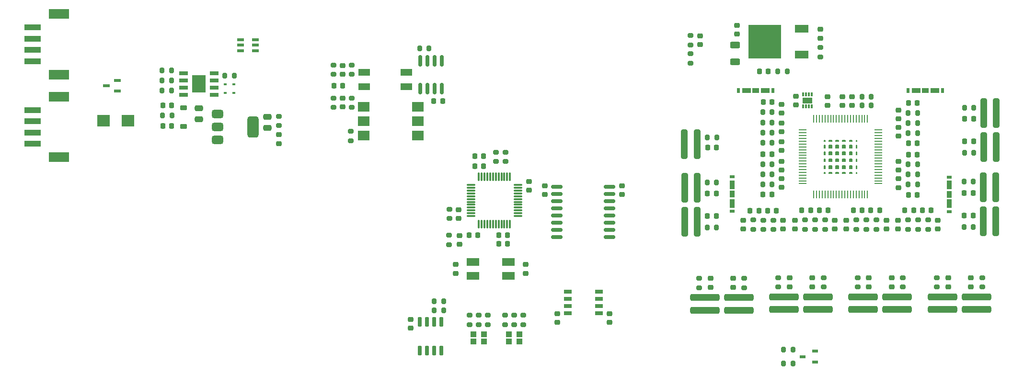
<source format=gbr>
%TF.GenerationSoftware,KiCad,Pcbnew,8.0.0*%
%TF.CreationDate,2024-03-12T18:48:20+01:00*%
%TF.ProjectId,FT24-AMS_Slave-v5,46543234-2d41-44d5-935f-536c6176652d,rev?*%
%TF.SameCoordinates,PX2faf080PY47868c0*%
%TF.FileFunction,Paste,Top*%
%TF.FilePolarity,Positive*%
%FSLAX46Y46*%
G04 Gerber Fmt 4.6, Leading zero omitted, Abs format (unit mm)*
G04 Created by KiCad (PCBNEW 8.0.0) date 2024-03-12 18:48:20*
%MOMM*%
%LPD*%
G01*
G04 APERTURE LIST*
G04 Aperture macros list*
%AMRoundRect*
0 Rectangle with rounded corners*
0 $1 Rounding radius*
0 $2 $3 $4 $5 $6 $7 $8 $9 X,Y pos of 4 corners*
0 Add a 4 corners polygon primitive as box body*
4,1,4,$2,$3,$4,$5,$6,$7,$8,$9,$2,$3,0*
0 Add four circle primitives for the rounded corners*
1,1,$1+$1,$2,$3*
1,1,$1+$1,$4,$5*
1,1,$1+$1,$6,$7*
1,1,$1+$1,$8,$9*
0 Add four rect primitives between the rounded corners*
20,1,$1+$1,$2,$3,$4,$5,0*
20,1,$1+$1,$4,$5,$6,$7,0*
20,1,$1+$1,$6,$7,$8,$9,0*
20,1,$1+$1,$8,$9,$2,$3,0*%
G04 Aperture macros list end*
%ADD10C,0.200000*%
%ADD11RoundRect,0.225000X0.250000X-0.225000X0.250000X0.225000X-0.250000X0.225000X-0.250000X-0.225000X0*%
%ADD12RoundRect,0.250000X2.350000X-0.325000X2.350000X0.325000X-2.350000X0.325000X-2.350000X-0.325000X0*%
%ADD13RoundRect,0.200000X0.200000X0.275000X-0.200000X0.275000X-0.200000X-0.275000X0.200000X-0.275000X0*%
%ADD14RoundRect,0.200000X-0.200000X-0.275000X0.200000X-0.275000X0.200000X0.275000X-0.200000X0.275000X0*%
%ADD15RoundRect,0.225000X-0.250000X0.225000X-0.250000X-0.225000X0.250000X-0.225000X0.250000X0.225000X0*%
%ADD16RoundRect,0.225000X0.225000X0.250000X-0.225000X0.250000X-0.225000X-0.250000X0.225000X-0.250000X0*%
%ADD17RoundRect,0.200000X0.275000X-0.200000X0.275000X0.200000X-0.275000X0.200000X-0.275000X-0.200000X0*%
%ADD18O,1.500000X0.250000*%
%ADD19O,0.250000X1.500000*%
%ADD20RoundRect,0.150000X-0.875000X-0.150000X0.875000X-0.150000X0.875000X0.150000X-0.875000X0.150000X0*%
%ADD21R,1.250000X0.600000*%
%ADD22RoundRect,0.200000X-0.275000X0.200000X-0.275000X-0.200000X0.275000X-0.200000X0.275000X0.200000X0*%
%ADD23R,0.550000X0.420000*%
%ADD24R,0.300000X0.700000*%
%ADD25R,1.700000X1.000000*%
%ADD26RoundRect,0.218750X0.218750X0.256250X-0.218750X0.256250X-0.218750X-0.256250X0.218750X-0.256250X0*%
%ADD27R,3.600000X1.800000*%
%ADD28R,2.900000X1.000000*%
%ADD29RoundRect,0.250000X0.625000X-0.312500X0.625000X0.312500X-0.625000X0.312500X-0.625000X-0.312500X0*%
%ADD30R,1.050000X0.600000*%
%ADD31RoundRect,0.218750X-0.218750X-0.256250X0.218750X-0.256250X0.218750X0.256250X-0.218750X0.256250X0*%
%ADD32RoundRect,0.218750X0.256250X-0.218750X0.256250X0.218750X-0.256250X0.218750X-0.256250X-0.218750X0*%
%ADD33RoundRect,0.225000X-0.225000X-0.250000X0.225000X-0.250000X0.225000X0.250000X-0.225000X0.250000X0*%
%ADD34R,1.000000X1.000000*%
%ADD35RoundRect,0.075000X0.075000X-0.662500X0.075000X0.662500X-0.075000X0.662500X-0.075000X-0.662500X0*%
%ADD36RoundRect,0.075000X0.662500X-0.075000X0.662500X0.075000X-0.662500X0.075000X-0.662500X-0.075000X0*%
%ADD37R,1.474500X0.650000*%
%ADD38RoundRect,0.250000X0.325000X2.350000X-0.325000X2.350000X-0.325000X-2.350000X0.325000X-2.350000X0*%
%ADD39RoundRect,0.250000X-0.325000X-2.350000X0.325000X-2.350000X0.325000X2.350000X-0.325000X2.350000X0*%
%ADD40RoundRect,0.218750X-0.256250X0.218750X-0.256250X-0.218750X0.256250X-0.218750X0.256250X0.218750X0*%
%ADD41R,0.600000X0.900000*%
%ADD42R,1.500000X0.900000*%
%ADD43R,1.200000X0.900000*%
%ADD44R,1.525000X0.650000*%
%ADD45R,2.400000X3.100000*%
%ADD46R,2.000000X1.780000*%
%ADD47R,2.000000X1.200000*%
%ADD48R,2.400000X1.400000*%
%ADD49R,5.750000X5.900000*%
%ADD50RoundRect,0.250000X-0.475000X0.250000X-0.475000X-0.250000X0.475000X-0.250000X0.475000X0.250000X0*%
%ADD51R,2.300000X2.150000*%
%ADD52R,1.150000X0.600000*%
%ADD53RoundRect,0.225000X-0.375000X0.225000X-0.375000X-0.225000X0.375000X-0.225000X0.375000X0.225000X0*%
%ADD54R,2.200000X1.400000*%
%ADD55RoundRect,0.150000X0.150000X-0.825000X0.150000X0.825000X-0.150000X0.825000X-0.150000X-0.825000X0*%
%ADD56RoundRect,0.150000X0.150000X-0.725000X0.150000X0.725000X-0.150000X0.725000X-0.150000X-0.725000X0*%
%ADD57RoundRect,0.375000X-0.625000X-0.375000X0.625000X-0.375000X0.625000X0.375000X-0.625000X0.375000X0*%
%ADD58RoundRect,0.500000X-0.500000X-1.400000X0.500000X-1.400000X0.500000X1.400000X-0.500000X1.400000X0*%
%ADD59R,0.900000X0.600000*%
%ADD60R,0.900000X1.500000*%
%ADD61R,0.900000X1.200000*%
G04 APERTURE END LIST*
%TO.C,U2*%
D10*
X143567500Y-24377500D02*
X143717500Y-24377500D01*
X143717500Y-24527500D01*
X143567500Y-24527500D01*
X143567500Y-24377500D01*
G36*
X143567500Y-24377500D02*
G01*
X143717500Y-24377500D01*
X143717500Y-24527500D01*
X143567500Y-24527500D01*
X143567500Y-24377500D01*
G37*
X143567500Y-25727500D02*
X143717500Y-25727500D01*
X143717500Y-25227500D01*
X143567500Y-25227500D01*
X143567500Y-25727500D01*
G36*
X143567500Y-25727500D02*
G01*
X143717500Y-25727500D01*
X143717500Y-25227500D01*
X143567500Y-25227500D01*
X143567500Y-25727500D01*
G37*
X143567500Y-26927500D02*
X143717500Y-26927500D01*
X143717500Y-26427500D01*
X143567500Y-26427500D01*
X143567500Y-26927500D01*
G36*
X143567500Y-26927500D02*
G01*
X143717500Y-26927500D01*
X143717500Y-26427500D01*
X143567500Y-26427500D01*
X143567500Y-26927500D01*
G37*
X143567500Y-28127500D02*
X143717500Y-28127500D01*
X143717500Y-27627500D01*
X143567500Y-27627500D01*
X143567500Y-28127500D01*
G36*
X143567500Y-28127500D02*
G01*
X143717500Y-28127500D01*
X143717500Y-27627500D01*
X143567500Y-27627500D01*
X143567500Y-28127500D01*
G37*
X143567500Y-29327500D02*
X143717500Y-29327500D01*
X143717500Y-28827500D01*
X143567500Y-28827500D01*
X143567500Y-29327500D01*
G36*
X143567500Y-29327500D02*
G01*
X143717500Y-29327500D01*
X143717500Y-28827500D01*
X143567500Y-28827500D01*
X143567500Y-29327500D01*
G37*
X143567500Y-30027500D02*
X143717500Y-30027500D01*
X143717500Y-30177500D01*
X143567500Y-30177500D01*
X143567500Y-30027500D01*
G36*
X143567500Y-30027500D02*
G01*
X143717500Y-30027500D01*
X143717500Y-30177500D01*
X143567500Y-30177500D01*
X143567500Y-30027500D01*
G37*
X144417500Y-24377500D02*
X144917500Y-24377500D01*
X144917500Y-24527500D01*
X144417500Y-24527500D01*
X144417500Y-24377500D01*
G36*
X144417500Y-24377500D02*
G01*
X144917500Y-24377500D01*
X144917500Y-24527500D01*
X144417500Y-24527500D01*
X144417500Y-24377500D01*
G37*
X144417500Y-25227500D02*
X144917500Y-25227500D01*
X144917500Y-25727500D01*
X144417500Y-25727500D01*
X144417500Y-25227500D01*
G36*
X144417500Y-25227500D02*
G01*
X144917500Y-25227500D01*
X144917500Y-25727500D01*
X144417500Y-25727500D01*
X144417500Y-25227500D01*
G37*
X144417500Y-26427500D02*
X144917500Y-26427500D01*
X144917500Y-26927500D01*
X144417500Y-26927500D01*
X144417500Y-26427500D01*
G36*
X144417500Y-26427500D02*
G01*
X144917500Y-26427500D01*
X144917500Y-26927500D01*
X144417500Y-26927500D01*
X144417500Y-26427500D01*
G37*
X144417500Y-27627500D02*
X144917500Y-27627500D01*
X144917500Y-28127500D01*
X144417500Y-28127500D01*
X144417500Y-27627500D01*
G36*
X144417500Y-27627500D02*
G01*
X144917500Y-27627500D01*
X144917500Y-28127500D01*
X144417500Y-28127500D01*
X144417500Y-27627500D01*
G37*
X144417500Y-28827500D02*
X144917500Y-28827500D01*
X144917500Y-29327500D01*
X144417500Y-29327500D01*
X144417500Y-28827500D01*
G36*
X144417500Y-28827500D02*
G01*
X144917500Y-28827500D01*
X144917500Y-29327500D01*
X144417500Y-29327500D01*
X144417500Y-28827500D01*
G37*
X144417500Y-30027500D02*
X144917500Y-30027500D01*
X144917500Y-30177500D01*
X144417500Y-30177500D01*
X144417500Y-30027500D01*
G36*
X144417500Y-30027500D02*
G01*
X144917500Y-30027500D01*
X144917500Y-30177500D01*
X144417500Y-30177500D01*
X144417500Y-30027500D01*
G37*
X145617500Y-24377500D02*
X146117500Y-24377500D01*
X146117500Y-24527500D01*
X145617500Y-24527500D01*
X145617500Y-24377500D01*
G36*
X145617500Y-24377500D02*
G01*
X146117500Y-24377500D01*
X146117500Y-24527500D01*
X145617500Y-24527500D01*
X145617500Y-24377500D01*
G37*
X145617500Y-25227500D02*
X146117500Y-25227500D01*
X146117500Y-25727500D01*
X145617500Y-25727500D01*
X145617500Y-25227500D01*
G36*
X145617500Y-25227500D02*
G01*
X146117500Y-25227500D01*
X146117500Y-25727500D01*
X145617500Y-25727500D01*
X145617500Y-25227500D01*
G37*
X145617500Y-26427500D02*
X146117500Y-26427500D01*
X146117500Y-26927500D01*
X145617500Y-26927500D01*
X145617500Y-26427500D01*
G36*
X145617500Y-26427500D02*
G01*
X146117500Y-26427500D01*
X146117500Y-26927500D01*
X145617500Y-26927500D01*
X145617500Y-26427500D01*
G37*
X145617500Y-27627500D02*
X146117500Y-27627500D01*
X146117500Y-28127500D01*
X145617500Y-28127500D01*
X145617500Y-27627500D01*
G36*
X145617500Y-27627500D02*
G01*
X146117500Y-27627500D01*
X146117500Y-28127500D01*
X145617500Y-28127500D01*
X145617500Y-27627500D01*
G37*
X145617500Y-28827500D02*
X146117500Y-28827500D01*
X146117500Y-29327500D01*
X145617500Y-29327500D01*
X145617500Y-28827500D01*
G36*
X145617500Y-28827500D02*
G01*
X146117500Y-28827500D01*
X146117500Y-29327500D01*
X145617500Y-29327500D01*
X145617500Y-28827500D01*
G37*
X145617500Y-30027500D02*
X146117500Y-30027500D01*
X146117500Y-30177500D01*
X145617500Y-30177500D01*
X145617500Y-30027500D01*
G36*
X145617500Y-30027500D02*
G01*
X146117500Y-30027500D01*
X146117500Y-30177500D01*
X145617500Y-30177500D01*
X145617500Y-30027500D01*
G37*
X146817500Y-24377500D02*
X147317500Y-24377500D01*
X147317500Y-24527500D01*
X146817500Y-24527500D01*
X146817500Y-24377500D01*
G36*
X146817500Y-24377500D02*
G01*
X147317500Y-24377500D01*
X147317500Y-24527500D01*
X146817500Y-24527500D01*
X146817500Y-24377500D01*
G37*
X146817500Y-25227500D02*
X147317500Y-25227500D01*
X147317500Y-25727500D01*
X146817500Y-25727500D01*
X146817500Y-25227500D01*
G36*
X146817500Y-25227500D02*
G01*
X147317500Y-25227500D01*
X147317500Y-25727500D01*
X146817500Y-25727500D01*
X146817500Y-25227500D01*
G37*
X146817500Y-26427500D02*
X147317500Y-26427500D01*
X147317500Y-26927500D01*
X146817500Y-26927500D01*
X146817500Y-26427500D01*
G36*
X146817500Y-26427500D02*
G01*
X147317500Y-26427500D01*
X147317500Y-26927500D01*
X146817500Y-26927500D01*
X146817500Y-26427500D01*
G37*
X146817500Y-27627500D02*
X147317500Y-27627500D01*
X147317500Y-28127500D01*
X146817500Y-28127500D01*
X146817500Y-27627500D01*
G36*
X146817500Y-27627500D02*
G01*
X147317500Y-27627500D01*
X147317500Y-28127500D01*
X146817500Y-28127500D01*
X146817500Y-27627500D01*
G37*
X146817500Y-28827500D02*
X147317500Y-28827500D01*
X147317500Y-29327500D01*
X146817500Y-29327500D01*
X146817500Y-28827500D01*
G36*
X146817500Y-28827500D02*
G01*
X147317500Y-28827500D01*
X147317500Y-29327500D01*
X146817500Y-29327500D01*
X146817500Y-28827500D01*
G37*
X146817500Y-30027500D02*
X147317500Y-30027500D01*
X147317500Y-30177500D01*
X146817500Y-30177500D01*
X146817500Y-30027500D01*
G36*
X146817500Y-30027500D02*
G01*
X147317500Y-30027500D01*
X147317500Y-30177500D01*
X146817500Y-30177500D01*
X146817500Y-30027500D01*
G37*
X148017500Y-24377500D02*
X148517500Y-24377500D01*
X148517500Y-24527500D01*
X148017500Y-24527500D01*
X148017500Y-24377500D01*
G36*
X148017500Y-24377500D02*
G01*
X148517500Y-24377500D01*
X148517500Y-24527500D01*
X148017500Y-24527500D01*
X148017500Y-24377500D01*
G37*
X148017500Y-25227500D02*
X148517500Y-25227500D01*
X148517500Y-25727500D01*
X148017500Y-25727500D01*
X148017500Y-25227500D01*
G36*
X148017500Y-25227500D02*
G01*
X148517500Y-25227500D01*
X148517500Y-25727500D01*
X148017500Y-25727500D01*
X148017500Y-25227500D01*
G37*
X148017500Y-26427500D02*
X148517500Y-26427500D01*
X148517500Y-26927500D01*
X148017500Y-26927500D01*
X148017500Y-26427500D01*
G36*
X148017500Y-26427500D02*
G01*
X148517500Y-26427500D01*
X148517500Y-26927500D01*
X148017500Y-26927500D01*
X148017500Y-26427500D01*
G37*
X148017500Y-27627500D02*
X148517500Y-27627500D01*
X148517500Y-28127500D01*
X148017500Y-28127500D01*
X148017500Y-27627500D01*
G36*
X148017500Y-27627500D02*
G01*
X148517500Y-27627500D01*
X148517500Y-28127500D01*
X148017500Y-28127500D01*
X148017500Y-27627500D01*
G37*
X148017500Y-28827500D02*
X148517500Y-28827500D01*
X148517500Y-29327500D01*
X148017500Y-29327500D01*
X148017500Y-28827500D01*
G36*
X148017500Y-28827500D02*
G01*
X148517500Y-28827500D01*
X148517500Y-29327500D01*
X148017500Y-29327500D01*
X148017500Y-28827500D01*
G37*
X148017500Y-30027500D02*
X148517500Y-30027500D01*
X148517500Y-30177500D01*
X148017500Y-30177500D01*
X148017500Y-30027500D01*
G36*
X148017500Y-30027500D02*
G01*
X148517500Y-30027500D01*
X148517500Y-30177500D01*
X148017500Y-30177500D01*
X148017500Y-30027500D01*
G37*
X149217500Y-24377500D02*
X149367500Y-24377500D01*
X149367500Y-24527500D01*
X149217500Y-24527500D01*
X149217500Y-24377500D01*
G36*
X149217500Y-24377500D02*
G01*
X149367500Y-24377500D01*
X149367500Y-24527500D01*
X149217500Y-24527500D01*
X149217500Y-24377500D01*
G37*
X149217500Y-25727500D02*
X149367500Y-25727500D01*
X149367500Y-25227500D01*
X149217500Y-25227500D01*
X149217500Y-25727500D01*
G36*
X149217500Y-25727500D02*
G01*
X149367500Y-25727500D01*
X149367500Y-25227500D01*
X149217500Y-25227500D01*
X149217500Y-25727500D01*
G37*
X149217500Y-26927500D02*
X149367500Y-26927500D01*
X149367500Y-26427500D01*
X149217500Y-26427500D01*
X149217500Y-26927500D01*
G36*
X149217500Y-26927500D02*
G01*
X149367500Y-26927500D01*
X149367500Y-26427500D01*
X149217500Y-26427500D01*
X149217500Y-26927500D01*
G37*
X149217500Y-28127500D02*
X149367500Y-28127500D01*
X149367500Y-27627500D01*
X149217500Y-27627500D01*
X149217500Y-28127500D01*
G36*
X149217500Y-28127500D02*
G01*
X149367500Y-28127500D01*
X149367500Y-27627500D01*
X149217500Y-27627500D01*
X149217500Y-28127500D01*
G37*
X149217500Y-29327500D02*
X149367500Y-29327500D01*
X149367500Y-28827500D01*
X149217500Y-28827500D01*
X149217500Y-29327500D01*
G36*
X149217500Y-29327500D02*
G01*
X149367500Y-29327500D01*
X149367500Y-28827500D01*
X149217500Y-28827500D01*
X149217500Y-29327500D01*
G37*
X149217500Y-30027500D02*
X149367500Y-30027500D01*
X149367500Y-30177500D01*
X149217500Y-30177500D01*
X149217500Y-30027500D01*
G36*
X149217500Y-30027500D02*
G01*
X149367500Y-30027500D01*
X149367500Y-30177500D01*
X149217500Y-30177500D01*
X149217500Y-30027500D01*
G37*
%TD*%
D11*
%TO.C,C24*%
X156728500Y-29649500D03*
X156728500Y-28099500D03*
%TD*%
D12*
%TO.C,R48*%
X142467500Y-54277500D03*
X142467500Y-52027500D03*
%TD*%
D13*
%TO.C,R21*%
X169992500Y-18577500D03*
X168342500Y-18577500D03*
%TD*%
D14*
%TO.C,R8*%
X132717500Y-19381500D03*
X134367500Y-19381500D03*
%TD*%
D15*
%TO.C,C59*%
X107800000Y-32425000D03*
X107800000Y-33975000D03*
%TD*%
D16*
%TO.C,C50*%
X28275000Y-18200000D03*
X26725000Y-18200000D03*
%TD*%
D17*
%TO.C,R59*%
X158367500Y-40102500D03*
X158367500Y-38452500D03*
%TD*%
D14*
%TO.C,R78*%
X136375000Y-61400000D03*
X138025000Y-61400000D03*
%TD*%
D18*
%TO.C,U2*%
X139780000Y-22527500D03*
X139780000Y-23027500D03*
X139780000Y-23527500D03*
X139780000Y-24027500D03*
X139780000Y-24527500D03*
X139780000Y-25027500D03*
X139780000Y-25527500D03*
X139780000Y-26027500D03*
X139780000Y-26527500D03*
X139780000Y-27027500D03*
X139780000Y-27527500D03*
X139780000Y-28027500D03*
X139780000Y-28527500D03*
X139780000Y-29027500D03*
X139780000Y-29527500D03*
X139780000Y-30027500D03*
X139780000Y-30527500D03*
X139780000Y-31027500D03*
X139780000Y-31527500D03*
X139780000Y-32027500D03*
D19*
X141717500Y-33965000D03*
X142217500Y-33965000D03*
X142717500Y-33965000D03*
X143217500Y-33965000D03*
X143717500Y-33965000D03*
X144217500Y-33965000D03*
X144717500Y-33965000D03*
X145217500Y-33965000D03*
X145717500Y-33965000D03*
X146217500Y-33965000D03*
X146717500Y-33965000D03*
X147217500Y-33965000D03*
X147717500Y-33965000D03*
X148217500Y-33965000D03*
X148717500Y-33965000D03*
X149217500Y-33965000D03*
X149717500Y-33965000D03*
X150217500Y-33965000D03*
X150717500Y-33965000D03*
X151217500Y-33965000D03*
D18*
X153155000Y-32027500D03*
X153155000Y-31527500D03*
X153155000Y-31027500D03*
X153155000Y-30527500D03*
X153155000Y-30027500D03*
X153155000Y-29527500D03*
X153155000Y-29027500D03*
X153155000Y-28527500D03*
X153155000Y-28027500D03*
X153155000Y-27527500D03*
X153155000Y-27027500D03*
X153155000Y-26527500D03*
X153155000Y-26027500D03*
X153155000Y-25527500D03*
X153155000Y-25027500D03*
X153155000Y-24527500D03*
X153155000Y-24027500D03*
X153155000Y-23527500D03*
X153155000Y-23027500D03*
X153155000Y-22527500D03*
D19*
X151217500Y-20590000D03*
X150717500Y-20590000D03*
X150217500Y-20590000D03*
X149717500Y-20590000D03*
X149217500Y-20590000D03*
X148717500Y-20590000D03*
X148217500Y-20590000D03*
X147717500Y-20590000D03*
X147217500Y-20590000D03*
X146717500Y-20590000D03*
X146217500Y-20590000D03*
X145717500Y-20590000D03*
X145217500Y-20590000D03*
X144717500Y-20590000D03*
X144217500Y-20590000D03*
X143717500Y-20590000D03*
X143217500Y-20590000D03*
X142717500Y-20590000D03*
X142217500Y-20590000D03*
X141717500Y-20590000D03*
%TD*%
D13*
%TO.C,R28*%
X169917500Y-31677500D03*
X168267500Y-31677500D03*
%TD*%
D20*
%TO.C,U5*%
X96350000Y-32555000D03*
X96350000Y-33825000D03*
X96350000Y-35095000D03*
X96350000Y-36365000D03*
X96350000Y-37635000D03*
X96350000Y-38905000D03*
X96350000Y-40175000D03*
X96350000Y-41445000D03*
X105650000Y-41445000D03*
X105650000Y-40175000D03*
X105650000Y-38905000D03*
X105650000Y-37635000D03*
X105650000Y-36365000D03*
X105650000Y-35095000D03*
X105650000Y-33825000D03*
X105650000Y-32555000D03*
%TD*%
D13*
%TO.C,R6*%
X76325000Y-54400000D03*
X74675000Y-54400000D03*
%TD*%
D21*
%TO.C,D5*%
X18700000Y-15650000D03*
X18700000Y-13750000D03*
X16700000Y-14700000D03*
%TD*%
D15*
%TO.C,C41*%
X147467500Y-38502500D03*
X147467500Y-40052500D03*
%TD*%
D13*
%TO.C,R17*%
X160053500Y-23074500D03*
X158403500Y-23074500D03*
%TD*%
D14*
%TO.C,R35*%
X122892500Y-39777500D03*
X124542500Y-39777500D03*
%TD*%
%TO.C,R64*%
X132703500Y-21206500D03*
X134353500Y-21206500D03*
%TD*%
D13*
%TO.C,R71*%
X28225000Y-13800000D03*
X26575000Y-13800000D03*
%TD*%
D22*
%TO.C,R1*%
X119968750Y-5850000D03*
X119968750Y-7500000D03*
%TD*%
D11*
%TO.C,C23*%
X156728500Y-32714500D03*
X156728500Y-31164500D03*
%TD*%
D12*
%TO.C,R57*%
X164467500Y-54277500D03*
X164467500Y-52027500D03*
%TD*%
D11*
%TO.C,C18*%
X58500000Y-18475000D03*
X58500000Y-16925000D03*
%TD*%
D23*
%TO.C,D25*%
X37700000Y-16000000D03*
X39300000Y-16000000D03*
%TD*%
D24*
%TO.C,U4*%
X139855000Y-18350000D03*
X140355000Y-18350000D03*
X140855000Y-18350000D03*
X141355000Y-18350000D03*
X141355000Y-16250000D03*
X140855000Y-16250000D03*
X140355000Y-16250000D03*
X139855000Y-16250000D03*
D25*
X140605000Y-17300000D03*
%TD*%
D26*
%TO.C,D8*%
X169955000Y-20577500D03*
X168380000Y-20577500D03*
%TD*%
D17*
%TO.C,R61*%
X161923500Y-40102500D03*
X161923500Y-38452500D03*
%TD*%
D13*
%TO.C,R18*%
X160053500Y-21296500D03*
X158403500Y-21296500D03*
%TD*%
D27*
%TO.C,J1*%
X8350000Y-16650000D03*
D28*
X3700000Y-19000000D03*
D27*
X8350000Y-27350000D03*
D28*
X3700000Y-21000000D03*
X3700000Y-23000000D03*
X3700000Y-25000000D03*
%TD*%
D29*
%TO.C,R11*%
X127800000Y-10462500D03*
X127800000Y-7537500D03*
%TD*%
D12*
%TO.C,R43*%
X136467500Y-54277500D03*
X136467500Y-52027500D03*
%TD*%
D11*
%TO.C,C3*%
X79100000Y-42737500D03*
X79100000Y-41187500D03*
%TD*%
D30*
%TO.C,D3*%
X142000000Y-63550000D03*
X142000000Y-61650000D03*
X139800000Y-62600000D03*
%TD*%
D14*
%TO.C,R3*%
X74675000Y-52800000D03*
X76325000Y-52800000D03*
%TD*%
D31*
%TO.C,D21*%
X122967500Y-25650750D03*
X124542500Y-25650750D03*
%TD*%
D14*
%TO.C,R65*%
X132703500Y-22984500D03*
X134353500Y-22984500D03*
%TD*%
D15*
%TO.C,C28*%
X136042500Y-31152500D03*
X136042500Y-32702500D03*
%TD*%
D32*
%TO.C,D18*%
X155467500Y-50240000D03*
X155467500Y-48665000D03*
%TD*%
D17*
%TO.C,R47*%
X143717500Y-40102500D03*
X143717500Y-38452500D03*
%TD*%
D13*
%TO.C,R23*%
X169917500Y-39677500D03*
X168267500Y-39677500D03*
%TD*%
D17*
%TO.C,R80*%
X87200000Y-56925000D03*
X87200000Y-55275000D03*
%TD*%
D15*
%TO.C,C47*%
X136042500Y-17985500D03*
X136042500Y-19535500D03*
%TD*%
D17*
%TO.C,R79*%
X80937500Y-56937500D03*
X80937500Y-55287500D03*
%TD*%
D14*
%TO.C,R31*%
X132703500Y-28621500D03*
X134353500Y-28621500D03*
%TD*%
D12*
%TO.C,R55*%
X156467500Y-54277500D03*
X156467500Y-52027500D03*
%TD*%
D32*
%TO.C,D20*%
X169467500Y-50240000D03*
X169467500Y-48665000D03*
%TD*%
D17*
%TO.C,R39*%
X132789500Y-40116500D03*
X132789500Y-38466500D03*
%TD*%
%TO.C,R38*%
X131011500Y-40102500D03*
X131011500Y-38452500D03*
%TD*%
D15*
%TO.C,C37*%
X138367500Y-38502500D03*
X138367500Y-40052500D03*
%TD*%
D33*
%TO.C,C8*%
X81825000Y-27200000D03*
X83375000Y-27200000D03*
%TD*%
D32*
%TO.C,D16*%
X141467500Y-50240000D03*
X141467500Y-48665000D03*
%TD*%
D26*
%TO.C,D10*%
X169880000Y-33677500D03*
X168305000Y-33677500D03*
%TD*%
D13*
%TO.C,R24*%
X160067500Y-32180500D03*
X158417500Y-32180500D03*
%TD*%
D31*
%TO.C,D11*%
X122930000Y-33777499D03*
X124505000Y-33777499D03*
%TD*%
D17*
%TO.C,R60*%
X160145500Y-40102500D03*
X160145500Y-38452500D03*
%TD*%
D12*
%TO.C,R36*%
X122467500Y-54402500D03*
X122467500Y-52152500D03*
%TD*%
D32*
%TO.C,D13*%
X123467499Y-50365000D03*
X123467499Y-48790000D03*
%TD*%
D15*
%TO.C,C45*%
X156567500Y-38502500D03*
X156567500Y-40052500D03*
%TD*%
D23*
%TO.C,D4*%
X37700000Y-14500000D03*
X39300000Y-14500000D03*
%TD*%
D17*
%TO.C,R42*%
X129467500Y-50402500D03*
X129467500Y-48752500D03*
%TD*%
D13*
%TO.C,R69*%
X28325000Y-20000000D03*
X26675000Y-20000000D03*
%TD*%
D17*
%TO.C,R49*%
X143467500Y-50277500D03*
X143467500Y-48627500D03*
%TD*%
D13*
%TO.C,R19*%
X160053500Y-19518500D03*
X158403500Y-19518500D03*
%TD*%
D17*
%TO.C,R54*%
X152823500Y-40102500D03*
X152823500Y-38452500D03*
%TD*%
D15*
%TO.C,C34*%
X136317500Y-38502500D03*
X136317500Y-40052500D03*
%TD*%
D34*
%TO.C,D28*%
X87875000Y-59925000D03*
X87875000Y-58675000D03*
X89725000Y-58675000D03*
X89725000Y-59925000D03*
%TD*%
%TO.C,D27*%
X81612500Y-59925000D03*
X81612500Y-58675000D03*
X83462500Y-58675000D03*
X83462500Y-59925000D03*
%TD*%
D35*
%TO.C,U1*%
X82550000Y-39162500D03*
X83050000Y-39162500D03*
X83550000Y-39162500D03*
X84050000Y-39162500D03*
X84550000Y-39162500D03*
X85050000Y-39162500D03*
X85550000Y-39162500D03*
X86050000Y-39162500D03*
X86550000Y-39162500D03*
X87050000Y-39162500D03*
X87550000Y-39162500D03*
X88050000Y-39162500D03*
D36*
X89462500Y-37750000D03*
X89462500Y-37250000D03*
X89462500Y-36750000D03*
X89462500Y-36250000D03*
X89462500Y-35750000D03*
X89462500Y-35250000D03*
X89462500Y-34750000D03*
X89462500Y-34250000D03*
X89462500Y-33750000D03*
X89462500Y-33250000D03*
X89462500Y-32750000D03*
X89462500Y-32250000D03*
D35*
X88050000Y-30837500D03*
X87550000Y-30837500D03*
X87050000Y-30837500D03*
X86550000Y-30837500D03*
X86050000Y-30837500D03*
X85550000Y-30837500D03*
X85050000Y-30837500D03*
X84550000Y-30837500D03*
X84050000Y-30837500D03*
X83550000Y-30837500D03*
X83050000Y-30837500D03*
X82550000Y-30837500D03*
D36*
X81137500Y-32250000D03*
X81137500Y-32750000D03*
X81137500Y-33250000D03*
X81137500Y-33750000D03*
X81137500Y-34250000D03*
X81137500Y-34750000D03*
X81137500Y-35250000D03*
X81137500Y-35750000D03*
X81137500Y-36250000D03*
X81137500Y-36750000D03*
X81137500Y-37250000D03*
X81137500Y-37750000D03*
%TD*%
D14*
%TO.C,R66*%
X132703500Y-24762500D03*
X134353500Y-24762500D03*
%TD*%
D16*
%TO.C,C7*%
X82362500Y-41162500D03*
X80812500Y-41162500D03*
%TD*%
D22*
%TO.C,R4*%
X77350000Y-36550000D03*
X77350000Y-38200000D03*
%TD*%
D17*
%TO.C,R85*%
X84137500Y-56937500D03*
X84137500Y-55287500D03*
%TD*%
D26*
%TO.C,D7*%
X169955000Y-24577500D03*
X168380000Y-24577500D03*
%TD*%
D32*
%TO.C,D19*%
X165467499Y-50240000D03*
X165467499Y-48665000D03*
%TD*%
D11*
%TO.C,C20*%
X156714500Y-20543500D03*
X156714500Y-18993500D03*
%TD*%
D17*
%TO.C,R84*%
X82537500Y-56937500D03*
X82537500Y-55287500D03*
%TD*%
%TO.C,R37*%
X121467500Y-50402500D03*
X121467500Y-48752500D03*
%TD*%
D37*
%TO.C,IC1*%
X103737250Y-54905000D03*
X103737250Y-53635000D03*
X103737250Y-52365000D03*
X103737250Y-51095000D03*
X98262750Y-51095000D03*
X98262750Y-52365000D03*
X98262750Y-53635000D03*
X98262750Y-54905000D03*
%TD*%
D15*
%TO.C,C5*%
X91400000Y-31625000D03*
X91400000Y-33175000D03*
%TD*%
D33*
%TO.C,C4*%
X81829500Y-28900000D03*
X83379500Y-28900000D03*
%TD*%
%TO.C,C26*%
X158453500Y-26874500D03*
X160003500Y-26874500D03*
%TD*%
D38*
%TO.C,R15*%
X173992500Y-25577500D03*
X171742500Y-25577500D03*
%TD*%
D17*
%TO.C,R45*%
X140167500Y-40102500D03*
X140167500Y-38452500D03*
%TD*%
D14*
%TO.C,R73*%
X37675000Y-12900000D03*
X39325000Y-12900000D03*
%TD*%
D33*
%TO.C,C39*%
X148733500Y-36763500D03*
X150283500Y-36763500D03*
%TD*%
D13*
%TO.C,R25*%
X160067500Y-30402500D03*
X158417500Y-30402500D03*
%TD*%
D32*
%TO.C,D14*%
X127467500Y-50365000D03*
X127467500Y-48790000D03*
%TD*%
D22*
%TO.C,R12*%
X60100000Y-16875000D03*
X60100000Y-18525000D03*
%TD*%
D15*
%TO.C,C38*%
X145467500Y-38488500D03*
X145467500Y-40038500D03*
%TD*%
D17*
%TO.C,R56*%
X157467500Y-50277500D03*
X157467500Y-48627500D03*
%TD*%
D39*
%TO.C,R29*%
X118892500Y-32777500D03*
X121142500Y-32777500D03*
%TD*%
D40*
%TO.C,D1*%
X121668750Y-5887500D03*
X121668750Y-7462500D03*
%TD*%
D22*
%TO.C,R7*%
X87300000Y-26475000D03*
X87300000Y-28125000D03*
%TD*%
D12*
%TO.C,R50*%
X150467500Y-54277500D03*
X150467500Y-52027500D03*
%TD*%
D27*
%TO.C,J2*%
X8350000Y-2050000D03*
D28*
X3700000Y-4400000D03*
D27*
X8350000Y-12750000D03*
D28*
X3700000Y-6400000D03*
X3700000Y-8400000D03*
X3700000Y-10400000D03*
%TD*%
D22*
%TO.C,R82*%
X77300000Y-41137500D03*
X77300000Y-42787500D03*
%TD*%
D15*
%TO.C,C33*%
X129267500Y-38502500D03*
X129267500Y-40052500D03*
%TD*%
D17*
%TO.C,R58*%
X163467500Y-50277500D03*
X163467500Y-48627500D03*
%TD*%
D41*
%TO.C,J12*%
X128417500Y-15547500D03*
D42*
X129817500Y-15547500D03*
D43*
X131467500Y-15547500D03*
D42*
X133117500Y-15547500D03*
D41*
X134517500Y-15547500D03*
%TD*%
D14*
%TO.C,R70*%
X26575000Y-12000000D03*
X28225000Y-12000000D03*
%TD*%
D11*
%TO.C,C1*%
X78429500Y-47882000D03*
X78429500Y-46332000D03*
%TD*%
D33*
%TO.C,C25*%
X158453500Y-33980500D03*
X160003500Y-33980500D03*
%TD*%
D17*
%TO.C,R86*%
X88800000Y-56925000D03*
X88800000Y-55275000D03*
%TD*%
D14*
%TO.C,R88*%
X72080000Y-8110000D03*
X73730000Y-8110000D03*
%TD*%
%TO.C,R33*%
X132703500Y-32177500D03*
X134353500Y-32177500D03*
%TD*%
D17*
%TO.C,R53*%
X151045500Y-40102500D03*
X151045500Y-38452500D03*
%TD*%
D33*
%TO.C,C40*%
X151798500Y-36763500D03*
X153348500Y-36763500D03*
%TD*%
D44*
%TO.C,IC6*%
X30388000Y-12495000D03*
X30388000Y-13765000D03*
X30388000Y-15035000D03*
X30388000Y-16305000D03*
X35812000Y-16305000D03*
X35812000Y-15035000D03*
X35812000Y-13765000D03*
X35812000Y-12495000D03*
D45*
X33100000Y-14400000D03*
%TD*%
D14*
%TO.C,R30*%
X122892500Y-31777500D03*
X124542500Y-31777500D03*
%TD*%
D33*
%TO.C,C35*%
X139627500Y-36763500D03*
X141177500Y-36763500D03*
%TD*%
D46*
%TO.C,U6*%
X71765000Y-23540000D03*
X71765000Y-21000000D03*
X71765000Y-18460000D03*
X62235000Y-18460000D03*
X62235000Y-21000000D03*
X62235000Y-23540000D03*
%TD*%
D16*
%TO.C,C29*%
X134303500Y-26821500D03*
X132753500Y-26821500D03*
%TD*%
D33*
%TO.C,C43*%
X157833500Y-36763500D03*
X159383500Y-36763500D03*
%TD*%
D17*
%TO.C,R52*%
X149267500Y-40102500D03*
X149267500Y-38452500D03*
%TD*%
%TO.C,R40*%
X134567500Y-40116500D03*
X134567500Y-38466500D03*
%TD*%
D13*
%TO.C,R26*%
X160067500Y-28624500D03*
X158417500Y-28624500D03*
%TD*%
D39*
%TO.C,R67*%
X118880000Y-25027500D03*
X121130000Y-25027500D03*
%TD*%
D47*
%TO.C,FL1*%
X69750000Y-14870000D03*
X69750000Y-12330000D03*
X62250000Y-12330000D03*
X62250000Y-14870000D03*
%TD*%
D17*
%TO.C,R13*%
X60100000Y-12725000D03*
X60100000Y-11075000D03*
%TD*%
D11*
%TO.C,C49*%
X136042500Y-26139500D03*
X136042500Y-24589500D03*
%TD*%
%TO.C,C15*%
X146755000Y-18175000D03*
X146755000Y-16625000D03*
%TD*%
D32*
%TO.C,D26*%
X47200000Y-24937500D03*
X47200000Y-23362500D03*
%TD*%
D16*
%TO.C,C9*%
X87629500Y-41158000D03*
X86079500Y-41158000D03*
%TD*%
D38*
%TO.C,R22*%
X173917500Y-38677500D03*
X171667500Y-38677500D03*
%TD*%
D11*
%TO.C,C13*%
X144155000Y-18175000D03*
X144155000Y-16625000D03*
%TD*%
D16*
%TO.C,C14*%
X133675000Y-12200000D03*
X132125000Y-12200000D03*
%TD*%
D40*
%TO.C,FB1*%
X142900000Y-4725000D03*
X142900000Y-6300000D03*
%TD*%
D15*
%TO.C,C48*%
X136042500Y-21287500D03*
X136042500Y-22837500D03*
%TD*%
D16*
%TO.C,C60*%
X134330000Y-17600000D03*
X132780000Y-17600000D03*
%TD*%
D14*
%TO.C,R68*%
X122930000Y-23872750D03*
X124580000Y-23872750D03*
%TD*%
D11*
%TO.C,C6*%
X79000000Y-38175000D03*
X79000000Y-36625000D03*
%TD*%
D48*
%TO.C,Q2*%
X139600000Y-9185000D03*
D49*
X133075000Y-6900000D03*
D48*
X139600000Y-4615000D03*
%TD*%
D32*
%TO.C,D17*%
X151467499Y-50240000D03*
X151467499Y-48665000D03*
%TD*%
D15*
%TO.C,C42*%
X154573500Y-38488500D03*
X154573500Y-40038500D03*
%TD*%
%TO.C,C11*%
X70500000Y-56025000D03*
X70500000Y-57575000D03*
%TD*%
D17*
%TO.C,R44*%
X135467500Y-50277500D03*
X135467500Y-48627500D03*
%TD*%
D15*
%TO.C,C56*%
X105600000Y-55025000D03*
X105600000Y-56575000D03*
%TD*%
D14*
%TO.C,R72*%
X26575000Y-15600000D03*
X28225000Y-15600000D03*
%TD*%
D17*
%TO.C,R14*%
X56900000Y-12725000D03*
X56900000Y-11075000D03*
%TD*%
D33*
%TO.C,C32*%
X133542500Y-36777500D03*
X135092500Y-36777500D03*
%TD*%
D50*
%TO.C,C52*%
X33100000Y-18700000D03*
X33100000Y-20600000D03*
%TD*%
D41*
%TO.C,J11*%
X158417500Y-15547500D03*
D42*
X159817500Y-15547500D03*
D43*
X161467500Y-15547500D03*
D42*
X163117500Y-15547500D03*
D41*
X164517500Y-15547500D03*
%TD*%
D11*
%TO.C,C58*%
X96400000Y-56575000D03*
X96400000Y-55025000D03*
%TD*%
D15*
%TO.C,C2*%
X90829500Y-46332000D03*
X90829500Y-47882000D03*
%TD*%
D13*
%TO.C,R9*%
X151880000Y-18202500D03*
X150230000Y-18202500D03*
%TD*%
D17*
%TO.C,R63*%
X171467500Y-50277500D03*
X171467500Y-48627500D03*
%TD*%
D11*
%TO.C,C12*%
X148467500Y-18190750D03*
X148467500Y-16640750D03*
%TD*%
D26*
%TO.C,D9*%
X169880000Y-37677500D03*
X168305000Y-37677500D03*
%TD*%
D11*
%TO.C,C54*%
X58500000Y-12675000D03*
X58500000Y-11125000D03*
%TD*%
D15*
%TO.C,C46*%
X163673500Y-38488500D03*
X163673500Y-40038500D03*
%TD*%
D11*
%TO.C,C16*%
X128200000Y-5575000D03*
X128200000Y-4025000D03*
%TD*%
D33*
%TO.C,C17*%
X74600000Y-17400000D03*
X76150000Y-17400000D03*
%TD*%
D14*
%TO.C,R77*%
X136375000Y-63800000D03*
X138025000Y-63800000D03*
%TD*%
D38*
%TO.C,R27*%
X173917500Y-32677500D03*
X171667500Y-32677500D03*
%TD*%
D22*
%TO.C,R2*%
X119968750Y-9050000D03*
X119968750Y-10700000D03*
%TD*%
D14*
%TO.C,R10*%
X135375000Y-12200000D03*
X137025000Y-12200000D03*
%TD*%
D15*
%TO.C,C57*%
X94200000Y-32425000D03*
X94200000Y-33975000D03*
%TD*%
D16*
%TO.C,C10*%
X87629500Y-42682000D03*
X86079500Y-42682000D03*
%TD*%
D11*
%TO.C,C19*%
X156714500Y-23608500D03*
X156714500Y-22058500D03*
%TD*%
D51*
%TO.C,D2*%
X20550000Y-20900000D03*
X16250000Y-20900000D03*
%TD*%
D33*
%TO.C,C44*%
X160898500Y-36763500D03*
X162448500Y-36763500D03*
%TD*%
D52*
%TO.C,IC3*%
X40440000Y-6600000D03*
X40440000Y-7550000D03*
X40440000Y-8500000D03*
X43040000Y-8500000D03*
X43040000Y-7550000D03*
X43040000Y-6600000D03*
%TD*%
D26*
%TO.C,D22*%
X28287500Y-21800000D03*
X26712500Y-21800000D03*
%TD*%
D17*
%TO.C,R89*%
X56900000Y-18525000D03*
X56900000Y-16875000D03*
%TD*%
D22*
%TO.C,R5*%
X85600000Y-26475000D03*
X85600000Y-28125000D03*
%TD*%
%TO.C,R76*%
X47200000Y-20125000D03*
X47200000Y-21775000D03*
%TD*%
%TO.C,R90*%
X142900000Y-7975000D03*
X142900000Y-9625000D03*
%TD*%
D16*
%TO.C,C55*%
X58475000Y-14700000D03*
X56925000Y-14700000D03*
%TD*%
D50*
%TO.C,C53*%
X45200000Y-20250000D03*
X45200000Y-22150000D03*
%TD*%
D17*
%TO.C,R87*%
X90400000Y-56925000D03*
X90400000Y-55275000D03*
%TD*%
D13*
%TO.C,R16*%
X169992500Y-26577500D03*
X168342500Y-26577500D03*
%TD*%
D33*
%TO.C,C36*%
X142692500Y-36763500D03*
X144242500Y-36763500D03*
%TD*%
D17*
%TO.C,R51*%
X149467500Y-50277500D03*
X149467500Y-48627500D03*
%TD*%
D12*
%TO.C,R41*%
X128467500Y-54402500D03*
X128467500Y-52152500D03*
%TD*%
D33*
%TO.C,C22*%
X158439500Y-17768500D03*
X159989500Y-17768500D03*
%TD*%
%TO.C,C31*%
X130477500Y-36777500D03*
X132027500Y-36777500D03*
%TD*%
D14*
%TO.C,R32*%
X132703500Y-30399500D03*
X134353500Y-30399500D03*
%TD*%
D12*
%TO.C,R62*%
X170467500Y-54277500D03*
X170467500Y-52027500D03*
%TD*%
D17*
%TO.C,R46*%
X141939500Y-40102500D03*
X141939500Y-38452500D03*
%TD*%
D53*
%TO.C,D23*%
X30400000Y-18650000D03*
X30400000Y-21950000D03*
%TD*%
D39*
%TO.C,R34*%
X118892500Y-38777500D03*
X121142500Y-38777500D03*
%TD*%
D54*
%TO.C,Y2*%
X87779500Y-45857000D03*
X87779500Y-48357000D03*
X81479500Y-48357000D03*
X81479500Y-45857000D03*
%TD*%
D55*
%TO.C,U3*%
X72230000Y-15250000D03*
X73500000Y-15250000D03*
X74770000Y-15250000D03*
X76040000Y-15250000D03*
X76040000Y-10300000D03*
X74770000Y-10300000D03*
X73500000Y-10300000D03*
X72230000Y-10300000D03*
%TD*%
D15*
%TO.C,C61*%
X138555000Y-16550000D03*
X138555000Y-18100000D03*
%TD*%
D32*
%TO.C,D15*%
X137467499Y-50240000D03*
X137467499Y-48665000D03*
%TD*%
D56*
%TO.C,IC4*%
X72095000Y-61575000D03*
X73365000Y-61575000D03*
X74635000Y-61575000D03*
X75905000Y-61575000D03*
X75905000Y-56425000D03*
X74635000Y-56425000D03*
X73365000Y-56425000D03*
X72095000Y-56425000D03*
%TD*%
D17*
%TO.C,R83*%
X59900000Y-24425000D03*
X59900000Y-22775000D03*
%TD*%
D14*
%TO.C,R81*%
X150230000Y-16700000D03*
X151880000Y-16700000D03*
%TD*%
D38*
%TO.C,R20*%
X173992500Y-19577500D03*
X171742500Y-19577500D03*
%TD*%
D16*
%TO.C,C30*%
X134317500Y-33962500D03*
X132767500Y-33962500D03*
%TD*%
D57*
%TO.C,IC7*%
X36350000Y-19700000D03*
X36350000Y-22000000D03*
X36350000Y-24300000D03*
D58*
X42650000Y-22000000D03*
%TD*%
D33*
%TO.C,C21*%
X158453500Y-24874500D03*
X160003500Y-24874500D03*
%TD*%
D59*
%TO.C,J13*%
X127287500Y-36927500D03*
D60*
X127287500Y-35527500D03*
D61*
X127287500Y-33877500D03*
D60*
X127287500Y-32227500D03*
D59*
X127287500Y-30827500D03*
%TD*%
D15*
%TO.C,C27*%
X136042500Y-28087500D03*
X136042500Y-29637500D03*
%TD*%
D31*
%TO.C,D12*%
X122930000Y-37777500D03*
X124505000Y-37777500D03*
%TD*%
D59*
%TO.C,J14*%
X165647500Y-30877500D03*
D60*
X165647500Y-32277500D03*
D61*
X165647500Y-33927500D03*
D60*
X165647500Y-35577500D03*
D59*
X165647500Y-36977500D03*
%TD*%
M02*

</source>
